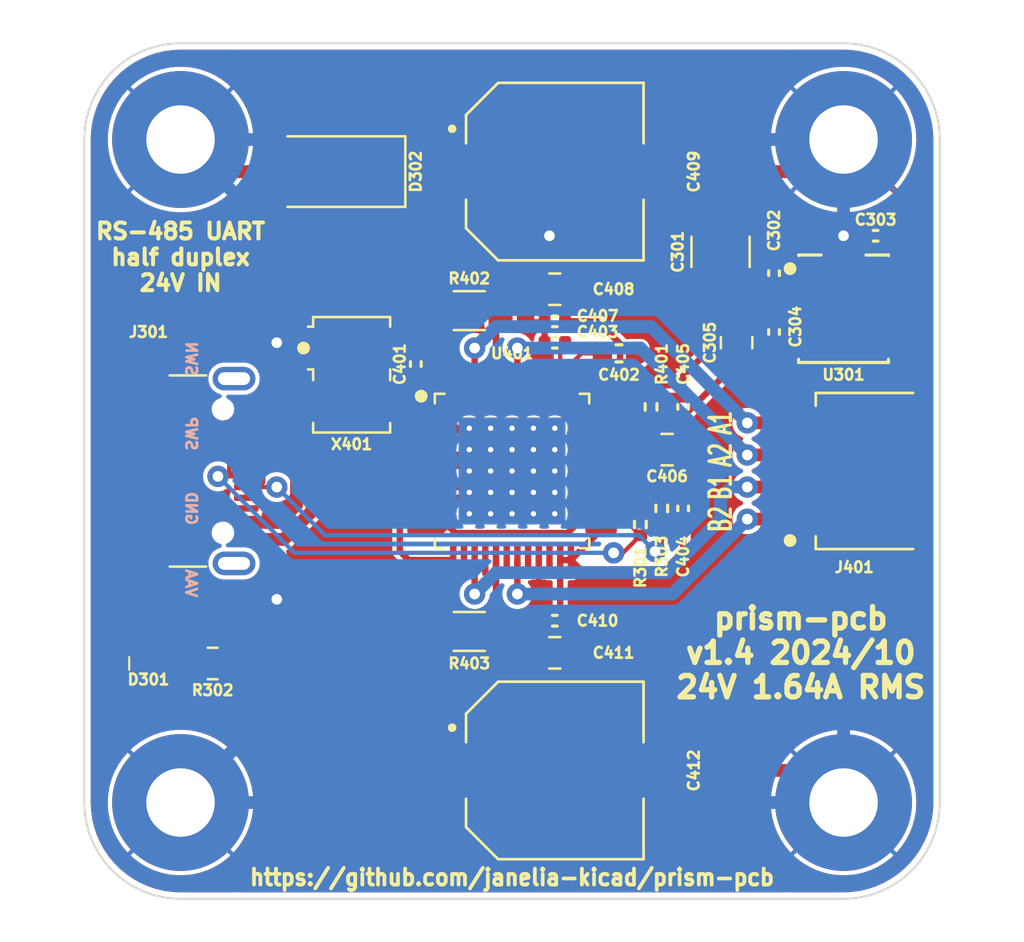
<source format=kicad_pcb>
(kicad_pcb (version 20221018) (generator pcbnew)
  (title_block (title "prism-pcb") (date "2024-10-21") (rev "1.4") (company "Howard Hughes Medical Institute"))
  (layers (0 "F.Cu" signal) (31 "B.Cu" signal) (34 "B.Paste" user) (35 "F.Paste" user) (36 "B.SilkS" user "B.Silkscreen") (37 "F.SilkS" user "F.Silkscreen") (38 "B.Mask" user) (39 "F.Mask" user) (44 "Edge.Cuts" user))
  (net 0 "")
  (net 1 "/GND")
  (net 2 "/tmc5130/CPO")
  (net 3 "/tmc5130/CPI")
  (net 4 "/tmc5130/VCP")
  (net 5 "/interface/LED_RED+")
  (net 6 "/tmc5130/5VOUT")
  (net 7 "/tmc5130/BRA")
  (net 8 "/tmc5130/BMA1")
  (net 9 "/tmc5130/BMA2")
  (net 10 "/tmc5130/BMB1")
  (net 11 "/tmc5130/BMB2")
  (net 12 "/tmc5130/BRB")
  (net 16 "/interface/VCC")
  (net 17 "/SWN")
  (net 18 "/SWP")
  (net 19 "/tmc5130/CLOCK")
  (net 20 "/VAA")
  (net 21 "/+5V")
  (footprint "Janelia:FIDUCIAL_0.5mm_Mask1mm" (layer "F.Cu") (at 139.4 82.6)
    (fp_text reference "FID201")
    (fp_text value "FIDUCIAL_0.5mm_MASK1mm" hide)
  )
  (footprint "Janelia:R_1206_3216Metric" (layer "F.Cu") (at 150.4 109.1 180)
    (fp_text reference "R403")
    (fp_text value "0.12")
  )
  (footprint "Janelia:C_1210_3225Metric" (layer "F.Cu") (at 162.15 91.35 90)
    (fp_text reference "C301")
    (fp_text value "3.3uF_50V")
  )
  (footprint "Janelia:C_0402_1005Metric" (layer "F.Cu") (at 154.4 94.6)
    (fp_text reference "C407")
    (fp_text value "0.1uF_100V")
  )
  (footprint "Janelia:C_0805_2012Metric" (layer "F.Cu") (at 159.65 100.6)
    (fp_text reference "C406")
    (fp_text value "47uF_10V")
  )
  (footprint "Janelia:MountingHole_3.2mm_M3_Pad" (layer "F.Cu") (at 167.9 117.1)
    (fp_text reference "H203" hide)
    (fp_text value "MountingHole_M3_Pad" hide)
  )
  (footprint "Janelia:C_0402_1005Metric" (layer "F.Cu") (at 160.4 103.35 -90)
    (fp_text reference "C404")
    (fp_text value "0.1uF_100V")
  )
  (footprint "Janelia:Molex_Pico-SPOX-87438_1x04-P1.5mm_Horizontal" (layer "F.Cu") (at 168.4 101.6 90)
    (fp_text reference "J401")
    (fp_text value "Molex_Pico-SPOX_Horizontal")
  )
  (footprint "Janelia:C_0805_2012Metric" (layer "F.Cu") (at 154.4 110.1)
    (fp_text reference "C411")
    (fp_text value "2.2uF_100V")
  )
  (footprint "Janelia:C_0402_1005Metric" (layer "F.Cu") (at 154.4 95.6)
    (fp_text reference "C403")
    (fp_text value "0.1uF_100V")
  )
  (footprint "Janelia:LED_0402-1005_KNB" (layer "F.Cu") (at 135.4 110.6)
    (fp_text reference "D301")
    (fp_text value "LED_RED" hide)
  )
  (footprint "Janelia:USB_C_Receptacle_GT-USB-7047C_16P_TopMnt_Horizontal" (layer "F.Cu") (at 139.4 101.6 -90)
    (fp_text reference "J301")
    (fp_text value "Connector_USB_C_Receptacle_USB2.0_16P_GT-USB-7047C" hide)
  )
  (footprint "Janelia:C_0805_2012Metric" (layer "F.Cu") (at 154.4 93.1)
    (fp_text reference "C408")
    (fp_text value "2.2uF_100V")
  )
  (footprint "Janelia:TQFP-48-1EP_7x7mm_P0.5mm_EP5x5mm_ThermalVias" (layer "F.Cu") (at 152.4 101.6)
    (fp_text reference "U401")
    (fp_text value "TMC5130A-TA")
  )
  (footprint "Janelia:C_0402_1005Metric" (layer "F.Cu") (at 154.4 108.6)
    (fp_text reference "C410")
    (fp_text value "0.1uF_100V")
  )
  (footprint "Janelia:D_SMA" (layer "F.Cu") (at 143.9 87.6 180)
    (fp_text reference "D302")
    (fp_text value "2A_200V" hide)
  )
  (footprint "Janelia:R_0805_2012Metric" (layer "F.Cu") (at 138.4 110.6 180)
    (fp_text reference "R302")
    (fp_text value "2.32k")
  )
  (footprint "Janelia:R_1206_3216Metric" (layer "F.Cu") (at 150.4 94.1 180)
    (fp_text reference "R402")
    (fp_text value "0.12")
  )
  (footprint "Janelia:R_0402_1005Metric" (layer "F.Cu") (at 158.9 98.6 -90)
    (fp_text reference "R401")
    (fp_text value "10")
  )
  (footprint "Janelia:C_0402_1005Metric" (layer "F.Cu") (at 147.9 96.6 90)
    (fp_text reference "C401")
    (fp_text value "0.1uF_100V")
  )
  (footprint "Janelia:Oscillator_SMD_4Pin_5.0x3.2mm" (layer "F.Cu") (at 144.9 97.1 -90)
    (fp_text reference "X401")
    (fp_text value "16MHz")
  )
  (footprint "Janelia:C_0402_1005Metric" (layer "F.Cu") (at 164.65 92.35 90)
    (fp_text reference "C302")
    (fp_text value "0.1uF_100V")
  )
  (footprint "Janelia:MountingHole_3.2mm_M3_Pad" (layer "F.Cu") (at 136.9 86.1)
    (fp_text reference "H201" hide)
    (fp_text value "MountingHole_M3_Pad" hide)
  )
  (footprint "Janelia:CAP_EEEHAH101UAP" (layer "F.Cu") (at 154.4 115.6)
    (fp_text reference "C412")
    (fp_text value "100uF_50V")
  )
  (footprint "Janelia:R_0402_1005Metric" (layer "F.Cu") (at 159.4 103.35 -90)
    (fp_text reference "R303")
    (fp_text value "1k")
  )
  (footprint "Janelia:C_0603_1608Metric" (layer "F.Cu") (at 157.4 96.1 180)
    (fp_text reference "C402")
    (fp_text value "22nF_100V")
  )
  (footprint "Janelia:R_0402_1005Metric" (layer "F.Cu") (at 158.4 104.1 -90)
    (fp_text reference "R301")
    (fp_text value "100")
  )
  (footprint "Janelia:C_0402_1005Metric" (layer "F.Cu") (at 169.4 90.6 180)
    (fp_text reference "C303")
    (fp_text value "1uF_25V")
  )
  (footprint "Janelia:C_0805_2012Metric" (layer "F.Cu") (at 162.9 95.6 -90)
    (fp_text reference "C305")
    (fp_text value "47uF_10V")
  )
  (footprint "Janelia:FIDUCIAL_0.5mm_Mask1mm" (layer "F.Cu") (at 165.4 120.6)
    (fp_text reference "FID203")
    (fp_text value "FIDUCIAL_0.5mm_MASK1mm" hide)
  )
  (footprint "Janelia:C_0402_1005Metric" (layer "F.Cu") (at 164.65 95.1 -90)
    (fp_text reference "C304")
    (fp_text value "1uF_25V")
  )
  (footprint "Janelia:RDN0011A-MFG" (layer "F.Cu") (at 167.9 94.1)
    (fp_text reference "U301")
    (fp_text value "TPSM365R6V5RDNR" hide)
  )
  (footprint "Janelia:MountingHole_3.2mm_M3_Pad" (layer "F.Cu") (at 167.9 86.1)
    (fp_text reference "H202" hide)
    (fp_text value "MountingHole_M3_Pad" hide)
  )
  (footprint "Janelia:FIDUCIAL_0.5mm_Mask1mm" (layer "F.Cu") (at 165.4 82.6)
    (fp_text reference "FID202")
    (fp_text value "FIDUCIAL_0.5mm_MASK1mm" hide)
  )
  (footprint "Janelia:C_0402_1005Metric" (layer "F.Cu") (at 160.4 98.6 -90)
    (fp_text reference "C405")
    (fp_text value "0.47uF_35V")
  )
  (footprint "Janelia:CAP_EEEHAH101UAP" (layer "F.Cu") (at 154.4 87.6)
    (fp_text reference "C409")
    (fp_text value "100uF_50V")
  )
  (footprint "Janelia:FIDUCIAL_0.5mm_Mask1mm" (layer "F.Cu") (at 139.4 120.6)
    (fp_text reference "FID204")
    (fp_text value "FIDUCIAL_0.5mm_MASK1mm" hide)
  )
  (footprint "Janelia:MountingHole_3.2mm_M3_Pad" (layer "F.Cu") (at 136.9 117.1)
    (fp_text reference "H204" hide)
    (fp_text value "MountingHole_M3_Pad" hide)
  )
  (gr_line (start 132.4 117.1) (end 132.4 86.1) (stroke (width 0.1)) (layer "Edge.Cuts"))
  (gr_line (start 172.4 86.1) (end 172.4 117.1) (stroke (width 0.1)) (layer "Edge.Cuts"))
  (gr_arc (start 172.4 117.1) (mid 171.081981 120.281981) (end 167.9 121.6) (stroke (width 0.1)) (layer "Edge.Cuts"))
  (gr_arc (start 167.9 81.6) (mid 171.081981 82.918019) (end 172.4 86.1) (stroke (width 0.1)) (layer "Edge.Cuts"))
  (gr_arc (start 136.9 121.6) (mid 133.718019 120.281981) (end 132.4 117.1) (stroke (width 0.1)) (layer "Edge.Cuts"))
  (gr_line (start 167.9 121.6) (end 136.9 121.6) (stroke (width 0.1)) (layer "Edge.Cuts"))
  (gr_arc (start 132.4 86.1) (mid 133.718019 82.918019) (end 136.9 81.6) (stroke (width 0.1)) (layer "Edge.Cuts"))
  (gr_line (start 136.9 81.6) (end 167.9 81.6) (stroke (width 0.1)) (layer "Edge.Cuts"))
  (gr_text "GND" (at 137.4 103.35 -90) (layer "B.SilkS") (effects (font (size 0.5 0.5) (thickness 0.125) bold) (justify mirror)))
  (gr_text "VAA" (at 137.4 106.85 -90) (layer "B.SilkS") (effects (font (size 0.5 0.5) (thickness 0.125) bold) (justify mirror)))
  (gr_text "SWP" (at 137.4 99.85 -90) (layer "B.SilkS") (effects (font (size 0.5 0.5) (thickness 0.125) bold) (justify mirror)))
  (gr_text "SWN" (at 137.4 96.35 -90) (layer "B.SilkS") (effects (font (size 0.5 0.5) (thickness 0.125) bold) (justify mirror)))
  (gr_text "B2" (at 162.15 103.85 90) (layer "F.SilkS") (effects (font (size 1 0.6) (thickness 0.15) bold)))
  (gr_text "RS-485 UART\nhalf duplex\n24V IN" (at 136.9 91.6) (layer "F.SilkS") (effects (font (size 0.75 0.75) (thickness 0.1875) bold)))
  (gr_text "A1" (at 162.15 99.35 90) (layer "F.SilkS") (effects (font (size 1 0.6) (thickness 0.15) bold)))
  (gr_text "A2" (at 162.15 100.85 90) (layer "F.SilkS") (effects (font (size 1 0.6) (thickness 0.15) bold)))
  (gr_text "prism-pcb\nv1.4 2024/10\n24V 1.64A RMS" (at 165.9 110.1) (layer "F.SilkS") (effects (font (size 1 1) (thickness 0.25) bold)))
  (gr_text "https://github.com/janelia-kicad/prism-pcb" (at 152.4 120.6) (layer "F.SilkS") (effects (font (size 0.75 0.7) (thickness 0.175) bold)))
  (gr_text "B1" (at 162.15 102.35 90) (layer "F.SilkS") (effects (font (size 1 0.6) (thickness 0.15) bold)))
  (segment (start 148.2375 100.85) (end 143.05 100.85) (width 0.3) (layer "F.Cu") (net 1))
  (segment (start 143.05 101.35) (end 143.05 102.35) (width 0.6) (layer "F.Cu") (net 1))
  (segment (start 134.95 109.75) (end 137.1 107.6) (width 0.6) (layer "F.Cu") (net 1))
  (segment (start 157.45 95.65) (end 156.4 94.6) (width 0.3) (layer "F.Cu") (net 1))
  (segment (start 154.88 108.6) (end 154.88 109.63) (width 0.3) (layer "F.Cu") (net 1))
  (segment (start 149.65 108.3875) (end 148.9375 109.1) (width 0.3) (layer "F.Cu") (net 1))
  (segment (start 151.65 102.35) (end 152.4 101.6) (width 0.3) (layer "F.Cu") (net 1))
  (segment (start 143.05 100.85) (end 143.05 101.35) (width 0.6) (layer "F.Cu") (net 1))
  (segment (start 143.05 99.07) (end 143.75 98.37) (width 0.6) (layer "F.Cu") (net 1))
  (segment (start 147.9 95.1375) (end 148.9375 94.1) (width 0.6) (layer "F.Cu") (net 1))
  (segment (start 148.2375 101.35) (end 143.05 101.35) (width 0.3) (layer "F.Cu") (net 1))
  (segment (start 158.85 102.35) (end 160.6 100.6) (width 0.3) (layer "F.Cu") (net 1))
  (segment (start 141.9 87.6) (end 138.4 87.6) (width 0.6) (layer "F.Cu") (net 1))
  (segment (start 147.15 103.1) (end 147.4 102.85) (width 0.3) (layer "F.Cu") (net 1))
  (segment (start 148.2375 102.35) (end 151.65 102.35) (width 0.3) (layer "F.Cu") (net 1))
  (segment (start 155.35 93.1) (end 155.35 91.8) (width 0.3) (layer "F.Cu") (net 1))
  (segment (start 141.725304 104.8) (end 139.975 104.8) (width 0.6) (layer "F.Cu") (net 1))
  (segment (start 139.975 98.4) (end 140.549999 98.4) (width 0.6) (layer "F.Cu") (net 1))
  (segment (start 147.5625 105.7625) (end 149.65 105.7625) (width 0.3) (layer "F.Cu") (net 1))
  (segment (start 148.2375 100.85) (end 151.65 100.85) (width 0.3) (layer "F.Cu") (net 1))
  (segment (start 154.88 109.63) (end 155.35 110.1) (width 0.3) (layer "F.Cu") (net 1))
  (segment (start 147.15 103.499999) (end 147.15 103.1) (width 0.3) (layer "F.Cu") (net 1))
  (segment (start 155.35 113) (end 157.95 115.6) (width 0.6) (layer "F.Cu") (net 1))
  (segment (start 143.05 99.724696) (end 143.05 99.07) (width 0.6) (layer "F.Cu") (net 1))
  (segment (start 160.4 99.08) (end 160.4 99.05) (width 0.3) (layer "F.Cu") (net 1))
  (segment (start 147.500001 103.85) (end 147.15 104.200001) (width 0.3) (layer "F.Cu") (net 1))
  (segment (start 148.2375 102.85) (end 151.15 102.85) (width 0.3) (layer "F.Cu") (net 1))
  (segment (start 161.099938 101.099938) (end 160.6 100.6) (width 0.3) (layer "F.Cu") (net 1))
  (segment (start 156.5625 101.35) (end 156.5625 100.85) (width 0.3) (layer "F.Cu") (net 1))
  (segment (start 166.4 87.6) (end 167.9 86.1) (width 0.6) (layer "F.Cu") (net 1))
  (segment (start 160.4 100.4) (end 160.6 100.6) (width 0.3) (layer "F.Cu") (net 1))
  (segment (start 157.95 87.6) (end 166.4 87.6) (width 0.6) (layer "F.Cu") (net 1))
  (segment (start 148.2375 102.35) (end 143.05 102.35) (width 0.3) (layer "F.Cu") (net 1))
  (segment (start 151.65 100.85) (end 152.4 101.6) (width 0.3) (layer "F.Cu") (net 1))
  (segment (start 167.9 92.35) (end 167.9 90.6) (width 0.3) (layer "F.Cu") (net 1))
  (segment (start 148.2375 98.85) (end 149.068959 98.85) (width 0.3) (layer "F.Cu") (net 1))
  (segment (start 160.4 99.08) (end 160.4 100.4) (width 0.3) (layer "F.Cu") (net 1))
  (segment (start 157.95 115.6) (end 166.4 115.6) (width 0.6) (layer "F.Cu") (net 1))
  (segment (start 160.4 99.05) (end 162.9 96.55) (width 0.3) (layer "F.Cu") (net 1))
  (segment (start 155.35 91.8) (end 154.15 90.6) (width 0.3) (layer "F.Cu") (net 1))
  (segment (start 164.65 91.87) (end 164.145 91.87) (width 0.6) (layer "F.Cu") (net 1))
  (segment (start 139.975 104.8) (end 140.549999 104.8) (width 0.6) (layer "F.Cu") (net 1))
  (segment (start 170.15 97.35) (end 171.4 96.1) (width 0.3) (layer "F.Cu") (net 1))
  (segment (start 159.55 106.2) (end 160.4 105.35) (width 0.3) (layer "F.Cu") (net 1))
  (segment (start 168.92 90.6) (end 167.9 90.6) (width 0.3) (layer "F.Cu") (net 1))
  (segment (start 140.549999 98.4) (end 141.4 97.549999) (width 0.6) (layer "F.Cu") (net 1))
  (segment (start 143.05 103.475304) (end 141.725304 104.8) (width 0.6) (layer "F.Cu") (net 1))
  (segment (start 154.88 94.6) (end 154.88 93.57) (width 0.3) (layer "F.Cu") (net 1))
  (segment (start 155.15 105.7625) (end 156.5625 104.35) (width 0.3) (layer "F.Cu") (net 1))
  (segment (start 156.5625 102.35) (end 158.85 102.35) (width 0.3) (layer "F.Cu") (net 1))
  (segment (start 149.65 97.4375) (end 149.65 94.8125) (width 0.3) (layer "F.Cu") (net 1))
  (segment (start 151.15 102.85) (end 152.4 101.6) (width 0.3) (layer "F.Cu") (net 1))
  (segment (start 156.5625 102.35) (end 156.5625 101.85) (width 0.3) (layer "F.Cu") (net 1))
  (segment (start 156.5625 98.85) (end 157.45 97.9625) (width 0.3) (layer "F.Cu") (net 1))
  (segment (start 149.068959 98.85) (end 151.818959 101.6) (width 0.3) (layer "F.Cu") (net 1))
  (segment (start 148.2375 101.35) (end 152.15 101.35) (width 0.3) (layer "F.Cu") (net 1))
  (segment (start 147.9 96.12) (end 147.9 95.1375) (width 0.6) (layer "F.Cu") (net 1))
  (segment (start 151.818959 101.6) (end 152.4 101.6) (width 0.3) (layer "F.Cu") (net 1))
  (segment (start 171.4 89.6) (end 167.9 86.1) (width 0.3) (layer "F.Cu") (net 1))
  (segment (start 140.549999 104.8) (end 141.4 105.650001) (width 0.6) (layer "F.Cu") (net 1))
  (segment (start 163.87 95.58) (end 162.9 96.55) (width 0.3) (layer "F.Cu") (net 1))
  (segment (start 154.88 93.57) (end 155.35 93.1) (width 0.3) (layer "F.Cu") (net 1))
  (segment (start 164.65 95.58) (end 163.87 95.58) (width 0.3) (layer "F.Cu") (net 1))
  (segment (start 138.4 87.6) (end 136.9 86.1) (width 0.6) (layer "F.Cu") (net 1))
  (segment (start 156.4 94.6) (end 154.88 94.6) (width 0.3) (layer "F.Cu") (net 1))
  (segment (start 154.65 108.37) (end 154.88 108.6) (width 0.3) (layer "F.Cu") (net 1))
  (segment (start 142.9 94.1) (end 148.9375 94.1) (width 0.6) (layer "F.Cu") (net 1))
  (segment (start 171.4 96.1) (end 171.4 89.6) (width 0.3) (layer "F.Cu") (net 1))
  (segment (start 149.65 94.8125) (end 148.9375 94.1) (width 0.3) (layer "F.Cu") (net 1))
  (segment (start 160.4 103.83) (end 161.099938 103.130062) (width 0.3) (layer "F.Cu") (net 1))
  (segment (start 141.4 105.650001) (end 141.4 107.6) (width 0.6) (layer "F.Cu") (net 1))
  (segment (start 155.15 105.7625) (end 155.5875 106.2) (width 0.3) (layer "F.Cu") (net 1))
  (segment (start 137.1 107.6) (end 141.4 107.6) (width 0.6) (layer "F.Cu") (net 1))
  (segment (start 155.5875 106.2) (end 159.55 106.2) (width 0.3) (layer "F.Cu") (net 1))
  (segment (start 161.099938 103.130062) (end 161.099938 101.099938) (width 0.3) (layer "F.Cu") (net 1))
  (segment (start 141.4 97.549999) (end 141.4 95.6) (width 0.6) (layer "F.Cu") (net 1))
  (segment (start 164.65 96.35) (end 165.65 97.35) (width 0.3) (layer "F.Cu") (net 1))
  (segment (start 139.975 98.4) (end 141.725304 98.4) (width 0.6) (layer "F.Cu") (net 1))
  (segment (start 162.15 89.875) (end 160.225 89.875) (width 0.6) (layer "F.Cu") (net 1))
  (segment (start 165.65 97.35) (end 170.15 97.35) (width 0.3) (layer "F.Cu") (net 1))
  (segment (start 147.4 102.85) (end 148.2375 102.85) (width 0.3) (layer "F.Cu") (net 1))
  (segment (start 134.95 110.6) (end 134.95 109.75) (width 0.6) (layer "F.Cu") (net 1))
  (segment (start 154.65 105.7625) (end 154.65 108.37) (width 0.3) (layer "F.Cu") (net 1))
  (segment (start 148.2375 103.85) (end 147.500001 103.85) (width 0.3) (layer "F.Cu") (net 1))
  (segment (start 143.05 99.724696) (end 143.05 100.85) (width 0.6) (layer "F.Cu") (net 1))
  (segment (start 143.05 102.35) (end 143.05 103.475304) (width 0.6) (layer "F.Cu") (net 1))
  (segment (start 147.500001 103.85) (end 147.15 103.499999) (width 0.3) (layer "F.Cu") (net 1))
  (segment (start 147.15 104.200001) (end 147.15 105.35) (width 0.3) (layer "F.Cu") (net 1))
  (segment (start 156.5625 101.85) (end 156.5625 101.35) (width 0.3) (layer "F.Cu") (net 1))
  (segment (start 164.65 95.58) (end 164.65 96.35) (width 0.3) (layer "F.Cu") (net 1))
  (segment (start 157.45 97.9625) (end 157.45 95.65) (width 0.3) (layer "F.Cu") (net 1))
  (segment (start 141.725304 98.4) (end 143.05 99.724696) (width 0.6) (layer "F.Cu") (net 1))
  (segment (start 141.4 95.6) (end 142.9 94.1) (width 0.6) (layer "F.Cu") (net 1))
  (segment (start 155.35 110.1) (end 155.35 113) (width 0.6) (layer "F.Cu") (net 1))
  (segment (start 166.4 115.6) (end 167.9 117.1) (width 0.6) (layer "F.Cu") (net 1))
  (segment (start 147.15 105.35) (end 147.5625 105.7625) (width 0.3) (layer "F.Cu") (net 1))
  (segment (start 164.145 91.87) (end 162.15 89.875) (width 0.6) (layer "F.Cu") (net 1))
  (segment (start 154.65 105.7625) (end 155.15 105.7625) (width 0.3) (layer "F.Cu") (net 1))
  (segment (start 160.4 105.35) (end 160.4 103.83) (width 0.3) (layer "F.Cu") (net 1))
  (segment (start 160.225 89.875) (end 157.95 87.6) (width 0.6) (layer "F.Cu") (net 1))
  (segment (start 149.65 105.7625) (end 149.65 108.3875) (width 0.3) (layer "F.Cu") (net 1))
  (segment (start 152.15 101.35) (end 152.4 101.6) (width 0.3) (layer "F.Cu") (net 1))
  (via (at 141.4 95.6) (size 1) (drill 0.5) (layers "F.Cu" "B.Cu") (net 1))
  (via (at 141.4 107.6) (size 1) (drill 0.5) (layers "F.Cu" "B.Cu") (net 1))
  (via (at 167.9 90.6) (size 1) (drill 0.5) (layers "F.Cu" "B.Cu") (net 1))
  (via (at 154.15 90.6) (size 1) (drill 0.5) (layers "F.Cu" "B.Cu") (net 1))
  (segment (start 141.4 90.6) (end 136.9 86.1) (width 0.6) (layer "B.Cu") (net 1))
  (segment (start 136.9 117.1) (end 167.9 117.1) (width 0.6) (layer "B.Cu") (net 1))
  (segment (start 154.15 86.1) (end 167.9 86.1) (width 0.6) (layer "B.Cu") (net 1))
  (segment (start 167.9 86.1) (end 167.9 90.6) (width 0.6) (layer "B.Cu") (net 1))
  (segment (start 141.4 112.6) (end 136.9 117.1) (width 0.6) (layer "B.Cu") (net 1))
  (segment (start 136.9 86.1) (end 154.15 86.1) (width 0.6) (layer "B.Cu") (net 1))
  (segment (start 154.15 90.6) (end 154.15 86.1) (width 0.3) (layer "B.Cu") (net 1))
  (segment (start 141.4 107.6) (end 141.4 112.6) (width 0.6) (layer "B.Cu") (net 1))
  (segment (start 167.9 117.1) (end 167.9 90.6) (width 0.6) (layer "B.Cu") (net 1))
  (segment (start 141.4 95.6) (end 141.4 90.6) (width 0.6) (layer "B.Cu") (net 1))
  (segment (start 157.299999 99.35) (end 157.9 98.749999) (width 0.2) (layer "F.Cu") (net 2))
  (segment (start 157.9 98.749999) (end 157.9 96.375) (width 0.2) (layer "F.Cu") (net 2))
  (segment (start 156.5625 99.35) (end 157.299999 99.35) (width 0.2) (layer "F.Cu") (net 2))
  (segment (start 157.9 96.375) (end 158.175 96.1) (width 0.2) (layer "F.Cu") (net 2))
  (segment (start 155.65 96.1) (end 156.625 96.1) (width 0.2) (layer "F.Cu") (net 3))
  (segment (start 155.15 96.6) (end 155.65 96.1) (width 0.2) (layer "F.Cu") (net 3))
  (segment (start 155.15 97.4375) (end 155.15 96.6) (width 0.2) (layer "F.Cu") (net 3))
  (segment (start 154.65 97.4375) (end 154.65 95.83) (width 0.2) (layer "F.Cu") (net 4))
  (segment (start 154.65 95.83) (end 154.88 95.6) (width 0.2) (layer "F.Cu") (net 4))
  (segment (start 135.85 110.6) (end 137.4875 110.6) (width 0.2) (layer "F.Cu") (net 5))
  (segment (start 158.9 100.4) (end 158.7 100.6) (width 0.2) (layer "F.Cu") (net 6))
  (segment (start 158.9 99.11) (end 158.9 100.4) (width 0.2) (layer "F.Cu") (net 6))
  (segment (start 158.45 100.35) (end 158.7 100.6) (width 0.2) (layer "F.Cu") (net 6))
  (segment (start 156.5625 100.35) (end 158.45 100.35) (width 0.2) (layer "F.Cu") (net 6))
  (segment (start 151.65 94.3125) (end 151.8625 94.1) (width 0.3) (layer "F.Cu") (net 7))
  (segment (start 151.65 97.4375) (end 151.65 94.3125) (width 0.3) (layer "F.Cu") (net 7))
  (segment (start 150.65 97.4375) (end 150.65 95.85) (width 0.3) (layer "F.Cu") (net 8))
  (segment (start 165.35 99.35) (end 163.4 99.35) (width 0.6) (layer "F.Cu") (net 8))
  (via (at 163.4 99.35) (size 1) (drill 0.5) (layers "F.Cu" "B.Cu") (net 8))
  (via (at 150.65 95.85) (size 1) (drill 0.5) (layers "F.Cu" "B.Cu") (net 8))
  (segment (start 158.9 94.85) (end 163.4 99.35) (width 0.6) (layer "B.Cu") (net 8))
  (segment (start 151.65 94.85) (end 158.9 94.85) (width 0.6) (layer "B.Cu") (net 8))
  (segment (start 150.65 95.85) (end 151.65 94.85) (width 0.6) (layer "B.Cu") (net 8))
  (segment (start 152.65 97.4375) (end 152.65 95.85) (width 0.3) (layer "F.Cu") (net 9))
  (segment (start 165.35 100.85) (end 163.4 100.85) (width 0.6) (layer "F.Cu") (net 9))
  (via (at 163.4 100.85) (size 1) (drill 0.5) (layers "F.Cu" "B.Cu") (net 9))
  (via (at 152.65 95.85) (size 1) (drill 0.5) (layers "F.Cu" "B.Cu") (net 9))
  (segment (start 158.4 95.85) (end 163.4 100.85) (width 0.6) (layer "B.Cu") (net 9))
  (segment (start 152.65 95.85) (end 158.4 95.85) (width 0.6) (layer "B.Cu") (net 9))
  (segment (start 150.65 105.7625) (end 150.65 107.35) (width 0.3) (layer "F.Cu") (net 10))
  (segment (start 165.35 102.35) (end 163.4 102.35) (width 0.6) (layer "F.Cu") (net 10))
  (via (at 163.4 102.35) (size 1) (drill 0.5) (layers "F.Cu" "B.Cu") (net 10))
  (via (at 150.65 107.35) (size 1) (drill 0.5) (layers "F.Cu" "B.Cu") (net 10))
  (segment (start 151.65 106.35) (end 159.65 106.35) (width 0.6) (layer "B.Cu") (net 10))
  (segment (start 162.15 103.85) (end 162.15 102.85) (width 0.6) (layer "B.Cu") (net 10))
  (segment (start 150.65 107.35) (end 151.65 106.35) (width 0.6) (layer "B.Cu") (net 10))
  (segment (start 162.65 102.35) (end 163.4 102.35) (width 0.6) (layer "B.Cu") (net 10))
  (segment (start 162.15 102.85) (end 162.65 102.35) (width 0.6) (layer "B.Cu") (net 10))
  (segment (start 159.65 106.35) (end 162.15 103.85) (width 0.6) (layer "B.Cu") (net 10))
  (segment (start 152.65 105.7625) (end 152.65 107.35) (width 0.3) (layer "F.Cu") (net 11))
  (segment (start 165.35 103.85) (end 163.4 103.85) (width 0.6) (layer "F.Cu") (net 11))
  (via (at 152.65 107.35) (size 1) (drill 0.5) (layers "F.Cu" "B.Cu") (net 11))
  (via (at 163.4 103.85) (size 1) (drill 0.5) (layers "F.Cu" "B.Cu") (net 11))
  (segment (start 159.9 107.35) (end 163.4 103.85) (width 0.6) (layer "B.Cu") (net 11))
  (segment (start 152.65 107.35) (end 159.9 107.35) (width 0.6) (layer "B.Cu") (net 11))
  (segment (start 151.65 108.8875) (end 151.8625 109.1) (width 0.3) (layer "F.Cu") (net 12))
  (segment (start 151.65 105.7625) (end 151.65 108.8875) (width 0.3) (layer "F.Cu") (net 12))
  (segment (start 167.175 90.900305) (end 167.175 90.299695) (width 0.2) (layer "F.Cu") (net 16))
  (segment (start 169.3 91.18) (end 169.88 90.6) (width 0.2) (layer "F.Cu") (net 16))
  (segment (start 167.624695 89.85) (end 169.4 89.85) (width 0.2) (layer "F.Cu") (net 16))
  (segment (start 167.175 90.299695) (end 167.624695 89.85) (width 0.2) (layer "F.Cu") (net 16))
  (segment (start 169.4 89.85) (end 169.88 90.33) (width 0.2) (layer "F.Cu") (net 16))
  (segment (start 169.88 90.33) (end 169.88 90.6) (width 0.2) (layer "F.Cu") (net 16))
  (segment (start 167.400001 92.050002) (end 167.400001 91.125306) (width 0.2) (layer "F.Cu") (net 16))
  (segment (start 167.400001 91.125306) (end 167.175 90.900305) (width 0.2) (layer "F.Cu") (net 16))
  (segment (start 169.3 92.138) (end 169.3 91.18) (width 0.2) (layer "F.Cu") (net 16))
  (segment (start 139.400001 101.85) (end 139.175 101.624999) (width 0.2) (layer "F.Cu") (net 17))
  (segment (start 139.975 101.85) (end 139.400001 101.85) (width 0.2) (layer "F.Cu") (net 17))
  (segment (start 139.975 101.85) (end 138.65 101.85) (width 0.2) (layer "F.Cu") (net 17))
  (segment (start 156.5625 103.85) (end 157.64 103.85) (width 0.2) (layer "F.Cu") (net 17))
  (segment (start 139.175 101.624999) (end 139.175 101.075001) (width 0.2) (layer "F.Cu") (net 17))
  (segment (start 139.400001 100.85) (end 139.975 100.85) (width 0.2) (layer "F.Cu") (net 17))
  (segment (start 139.175 101.075001) (end 139.400001 100.85) (width 0.2) (layer "F.Cu") (net 17))
  (segment (start 157.585 105.425) (end 158.4 104.61) (width 0.2) (layer "F.Cu") (net 17))
  (segment (start 157.64 103.85) (end 158.4 104.61) (width 0.2) (layer "F.Cu") (net 17))
  (segment (start 157.15 105.425) (end 157.585 105.425) (width 0.2) (layer "F.Cu") (net 17))
  (via (at 157.15 105.425) (size 1) (drill 0.5) (layers "F.Cu" "B.Cu") (net 17))
  (via (at 138.65 101.85) (size 1) (drill 0.5) (layers "F.Cu" "B.Cu") (net 17))
  (segment (start 157.15 105.425) (end 142.225 105.425) (width 0.2) (layer "B.Cu") (net 17))
  (segment (start 142.225 105.425) (end 138.65 101.85) (width 0.2) (layer "B.Cu") (net 17))
  (segment (start 140.775 102.124999) (end 140.775 101.575001) (width 0.2) (layer "F.Cu") (net 18))
  (segment (start 158.4 103.59) (end 159.13 103.59) (width 0.2) (layer "F.Cu") (net 18))
  (segment (start 156.5625 103.35) (end 158.16 103.35) (width 0.2) (layer "F.Cu") (net 18))
  (segment (start 159.082949 105.358903) (end 159.4 105.041852) (width 0.2) (layer "F.Cu") (net 18))
  (segment (start 140.775 101.575001) (end 140.549999 101.35) (width 0.2) (layer "F.Cu") (net 18))
  (segment (start 158.16 103.35) (end 158.4 103.59) (width 0.2) (layer "F.Cu") (net 18))
  (segment (start 140.549999 101.35) (end 139.975 101.35) (width 0.2) (layer "F.Cu") (net 18))
  (segment (start 139.975 102.35) (end 141.4 102.35) (width 0.2) (layer "F.Cu") (net 18))
  (segment (start 139.975 102.35) (end 140.549999 102.35) (width 0.2) (layer "F.Cu") (net 18))
  (segment (start 159.13 103.59) (end 159.4 103.86) (width 0.2) (layer "F.Cu") (net 18))
  (segment (start 159.4 105.041852) (end 159.4 103.86) (width 0.2) (layer "F.Cu") (net 18))
  (segment (start 140.549999 102.35) (end 140.775 102.124999) (width 0.2) (layer "F.Cu") (net 18))
  (via (at 141.4 102.35) (size 1) (drill 0.5) (layers "F.Cu" "B.Cu") (net 18))
  (via (at 159.082949 105.358903) (size 1) (drill 0.5) (layers "F.Cu" "B.Cu") (net 18))
  (segment (start 158.324046 104.6) (end 143.65 104.6) (width 0.2) (layer "B.Cu") (net 18))
  (segment (start 143.65 104.6) (end 141.4 102.35) (width 0.2) (layer "B.Cu") (net 18))
  (segment (start 159.082949 105.358903) (end 158.324046 104.6) (width 0.2) (layer "B.Cu") (net 18))
  (segment (start 147.03 99.35) (end 146.05 98.37) (width 0.2) (layer "F.Cu") (net 19))
  (segment (start 148.2375 99.35) (end 147.03 99.35) (width 0.2) (layer "F.Cu") (net 19))
  (segment (start 141.4 92.1) (end 136.9 92.1) (width 0.3) (layer "F.Cu") (net 20))
  (segment (start 139.026473 103.6) (end 139.426473 104) (width 0.3) (layer "F.Cu") (net 20))
  (segment (start 136.9 92.1) (end 133.65 95.35) (width 0.3) (layer "F.Cu") (net 20))
  (segment (start 150.9 87.65) (end 150.85 87.6) (width 0.6) (layer "F.Cu") (net 20))
  (segment (start 141.5 99.2) (end 142.325 100.025) (width 0.6) (layer "F.Cu") (net 20))
  (segment (start 145.85 110.6) (end 150.85 115.6) (width 0.6) (layer "F.Cu") (net 20))
  (segment (start 153.92 108.6) (end 153.92 109.63) (width 0.3) (layer "F.Cu") (net 20))
  (segment (start 153.65 108.33) (end 153.92 108.6) (width 0.3) (layer "F.Cu") (net 20))
  (segment (start 158.625 92.825) (end 162.15 92.825) (width 0.6) (layer "F.Cu") (net 20))
  (segment (start 150.85 87.6) (end 145.9 87.6) (width 0.6) (layer "F.Cu") (net 20))
  (segment (start 133.4 105.1) (end 134.9 103.6) (width 0.3) (layer "F.Cu") (net 20))
  (segment (start 139.3125 110.6) (end 142.65 110.6) (width 0.6) (layer "F.Cu") (net 20))
  (segment (start 164.65 92.83) (end 162.155 92.83) (width 0.6) (layer "F.Cu") (net 20))
  (segment (start 136.9 112.85) (end 134.4 112.85) (width 0.3) (layer "F.Cu") (net 20))
  (segment (start 139.975 99.2) (end 141.5 99.2) (width 0.6) (layer "F.Cu") (net 20))
  (segment (start 153.65 97.4375) (end 153.65 95.87) (width 0.3) (layer "F.Cu") (net 20))
  (segment (start 142.325 100.025) (end 142.325 103.175) (width 0.6) (layer "F.Cu") (net 20))
  (segment (start 153.92 93.57) (end 153.45 93.1) (width 0.3) (layer "F.Cu") (net 20))
  (segment (start 134.4 112.85) (end 133.4 111.85) (width 0.3) (layer "F.Cu") (net 20))
  (segment (start 166.5 93.449999) (end 166.5 92.95) (width 0.3) (layer "F.Cu") (net 20))
  (segment (start 153.92 95.6) (end 153.92 94.6) (width 0.3) (layer "F.Cu") (net 20))
  (segment (start 134.9 103.6) (end 139.026473 103.6) (width 0.3) (layer "F.Cu") (net 20))
  (segment (start 138.8125 110.9375) (end 136.9 112.85) (width 0.3) (layer "F.Cu") (net 20))
  (segment (start 153.45 93.1) (end 150.9 90.55) (width 0.6) (layer "F.Cu") (net 20))
  (segment (start 135.15 99.6) (end 138.944594 99.6) (width 0.3) (layer "F.Cu") (net 20))
  (segment (start 142.65 110.6) (end 145.85 110.6) (width 0.6) (layer "F.Cu") (net 20))
  (segment (start 133.65 98.1) (end 135.15 99.6) (width 0.3) (layer "F.Cu") (net 20))
  (segment (start 139.344594 99.2) (end 139.975 99.2) (width 0.3) (layer "F.Cu") (net 20))
  (segment (start 153.92 94.6) (end 153.92 93.57) (width 0.3) (layer "F.Cu") (net 20))
  (segment (start 138.8125 110.6) (end 138.8125 110.9375) (width 0.3) (layer "F.Cu") (net 20))
  (segment (start 138.944594 99.6) (end 139.344594 99.2) (width 0.3) (layer "F.Cu") (net 20))
  (segment (start 133.4 111.85) (end 133.4 105.1) (width 0.3) (layer "F.Cu") (net 20))
  (segment (start 153.65 105.7625) (end 153.65 108.33) (width 0.3) (layer "F.Cu") (net 20))
  (segment (start 153.45 110.1) (end 153.45 113) (width 0.6) (layer "F.Cu") (net 20))
  (segment (start 153.92 109.63) (end 153.45 110.1) (width 0.3) (layer "F.Cu") (net 20))
  (segment (start 153.4 87.6) (end 158.625 92.825) (width 0.6) (layer "F.Cu") (net 20))
  (segment (start 162.155 92.83) (end 162.15 92.825) (width 0.6) (layer "F.Cu") (net 20))
  (segment (start 141.5 104) (end 139.975 104) (width 0.6) (layer "F.Cu") (net 20))
  (segment (start 164.77 92.95) (end 164.65 92.83) (width 0.3) (layer "F.Cu") (net 20))
  (segment (start 142.325 103.175) (end 141.5 104) (width 0.6) (layer "F.Cu") (net 20))
  (segment (start 150.85 87.6) (end 153.4 87.6) (width 0.6) (layer "F.Cu") (net 20))
  (segment (start 145.9 87.6) (end 141.4 92.1) (width 0.3) (layer "F.Cu") (net 20))
  (segment (start 139.426473 104) (end 139.975 104) (width 0.3) (layer "F.Cu") (net 20))
  (segment (start 133.65 95.35) (end 133.65 98.1) (width 0.3) (layer "F.Cu") (net 20))
  (segment (start 153.45 113) (end 150.85 115.6) (width 0.6) (layer "F.Cu") (net 20))
  (segment (start 153.65 95.87) (end 153.92 95.6) (width 0.3) (layer "F.Cu") (net 20))
  (segment (start 166.5 92.95) (end 164.77 92.95) (width 0.3) (layer "F.Cu") (net 20))
  (segment (start 150.9 90.55) (end 150.9 87.65) (width 0.6) (layer "F.Cu") (net 20))
  (segment (start 154.575001 98.6) (end 154.95 98.6) (width 0.3) (layer "F.Cu") (net 21))
  (segment (start 147.9 97.08) (end 149.42 98.6) (width 0.3) (layer "F.Cu") (net 21))
  (segment (start 156.5625 99.85) (end 155.4 99.85) (width 0.3) (layer "F.Cu") (net 21))
  (segment (start 158.275 98.715) (end 158.9 98.09) (width 0.3) (layer "F.Cu") (net 21))
  (segment (start 156.5625 99.85) (end 157.4 99.85) (width 0.3) (layer "F.Cu") (net 21))
  (segment (start 155.4 99.05) (end 155.4 99.85) (width 0.3) (layer "F.Cu") (net 21))
  (segment (start 168.399999 93.383103) (end 166.7 95.083102) (width 0.3) (layer "F.Cu") (net 21))
  (segment (start 147.3 97.08) (end 146.05 95.83) (width 0.3) (layer "F.Cu") (net 21))
  (segment (start 166.219999 94.62) (end 166.7 95.100001) (width 0.3) (layer "F.Cu") (net 21))
  (segment (start 158.275 98.975) (end 158.275 98.715) (width 0.3) (layer "F.Cu") (net 21))
  (segment (start 164.65 94.62) (end 162.93 94.62) (width 0.3) (layer "F.Cu") (net 21))
  (segment (start 149.4 103.6) (end 149.4 104.15) (width 0.3) (layer "F.Cu") (net 21))
  (segment (start 155.4 104.1) (end 155.4 102.85) (width 0.3) (layer "F.Cu") (net 21))
  (segment (start 154.95 98.6) (end 155.4 99.05) (width 0.3) (layer "F.Cu") (net 21))
  (segment (start 154.15 97.4375) (end 154.15 98.174999) (width 0.3) (layer "F.Cu") (net 21))
  (segment (start 159.39 102.85) (end 159.4 102.84) (width 0.3) (layer "F.Cu") (net 21))
  (segment (start 160.4 98.12) (end 160.4 97.15) (width 0.3) (layer "F.Cu") (net 21))
  (segment (start 164.65 94.62) (end 166.219999 94.62) (width 0.3) (layer "F.Cu") (net 21))
  (segment (start 168.399999 92.050002) (end 168.399999 93.383103) (width 0.3) (layer "F.Cu") (net 21))
  (segment (start 155.4 102.85) (end 155.4 102.424999) (width 0.3) (layer "F.Cu") (net 21))
  (segment (start 149.42 98.6) (end 154.575001 98.6) (width 0.3) (layer "F.Cu") (net 21))
  (segment (start 149.749999 104.499999) (end 155.000001 104.499999) (width 0.3) (layer "F.Cu") (net 21))
  (segment (start 156.5625 102.85) (end 155.4 102.85) (width 0.3) (layer "F.Cu") (net 21))
  (segment (start 148.2375 103.35) (end 148.974999 103.35) (width 0.3) (layer "F.Cu") (net 21))
  (segment (start 160.4 97.15) (end 162.9 94.65) (width 0.3) (layer "F.Cu") (net 21))
  (segment (start 149.15 104.35) (end 149.35 104.15) (width 0.3) (layer "F.Cu") (net 21))
  (segment (start 154.15 98.174999) (end 154.575001 98.6) (width 0.3) (layer "F.Cu") (net 21))
  (segment (start 155.4 100.275001) (end 155.4 102.424999) (width 0.3) (layer "F.Cu") (net 21))
  (segment (start 156.5625 102.85) (end 159.39 102.85) (width 0.3) (layer "F.Cu") (net 21))
  (segment (start 148.2375 104.35) (end 149.15 104.35) (width 0.3) (layer "F.Cu") (net 21))
  (segment (start 157.4 99.85) (end 158.275 98.975) (width 0.3) (layer "F.Cu") (net 21))
  (segment (start 162.93 94.62) (end 162.9 94.65) (width 0.3) (layer "F.Cu") (net 21))
  (segment (start 166.7 95.083102) (end 166.7 95.100001) (width 0.3) (layer "F.Cu") (net 21))
  (segment (start 149.35 104.15) (end 149.4 104.15) (width 0.3) (layer "F.Cu") (net 21))
  (segment (start 155.000001 104.499999) (end 155.4 104.1) (width 0.3) (layer "F.Cu") (net 21))
  (segment (start 147.9 97.08) (end 147.3 97.08) (width 0.3) (layer "F.Cu") (net 21))
  (segment (start 159.4 102.84) (end 160.37 102.84) (width 0.3) (layer "F.Cu") (net 21))
  (segment (start 160.37 102.84) (end 160.4 102.87) (width 0.3) (layer "F.Cu") (net 21))
  (segment (start 149.4 104.15) (end 149.749999 104.499999) (width 0.3) (layer "F.Cu") (net 21))
  (segment (start 155.4 99.85) (end 155.4 100.275001) (width 0.3) (layer "F.Cu") (net 21))
  (segment (start 158.9 98.09) (end 160.37 98.09) (width 0.3) (layer "F.Cu") (net 21))
  (segment (start 160.37 98.09) (end 160.4 98.12) (width 0.3) (layer "F.Cu") (net 21))
  (segment (start 148.974999 103.35) (end 149.4 103.6) (width 0.3) (layer "F.Cu") (net 21))
  (zone (net 20) (net_name "/VAA") (layer "F.Cu") (connect_pads (clearance 0.2)) (min_thickness 0.2) (fill yes (thermal_gap 0.2) (thermal_bridge_width 0.2))
    (polygon (pts (xy 131.4 80.6) (xy 131.4 122.6) (xy 173.4 122.6) (xy 173.4 80.6)))
  )
  (zone (net 1) (net_name "/GND") (layer "B.Cu") (priority 1) (connect_pads (clearance 0.2)) (min_thickness 0.2) (fill yes (thermal_gap 0.2) (thermal_bridge_width 0.2))
    (polygon (pts (xy 130.4 79.6) (xy 130.4 123.6) (xy 174.4 123.6) (xy 174.4 79.6)))
  )
)
</source>
